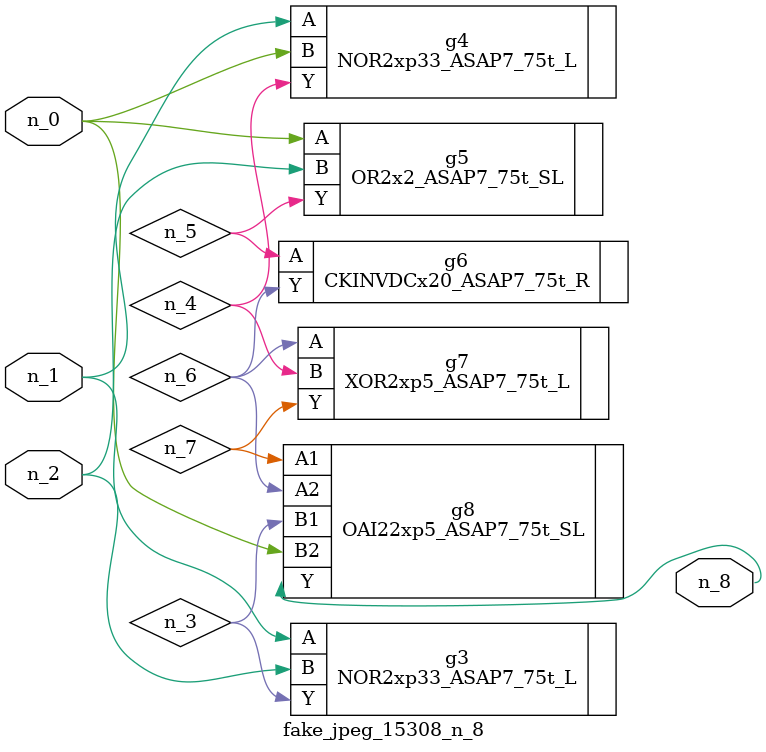
<source format=v>
module fake_jpeg_15308_n_8 (n_0, n_2, n_1, n_8);

input n_0;
input n_2;
input n_1;

output n_8;

wire n_3;
wire n_4;
wire n_6;
wire n_5;
wire n_7;

NOR2xp33_ASAP7_75t_L g3 ( 
.A(n_1),
.B(n_2),
.Y(n_3)
);

NOR2xp33_ASAP7_75t_L g4 ( 
.A(n_1),
.B(n_0),
.Y(n_4)
);

OR2x2_ASAP7_75t_SL g5 ( 
.A(n_0),
.B(n_2),
.Y(n_5)
);

CKINVDCx20_ASAP7_75t_R g6 ( 
.A(n_5),
.Y(n_6)
);

XOR2xp5_ASAP7_75t_L g7 ( 
.A(n_6),
.B(n_4),
.Y(n_7)
);

OAI22xp5_ASAP7_75t_SL g8 ( 
.A1(n_7),
.A2(n_6),
.B1(n_3),
.B2(n_0),
.Y(n_8)
);


endmodule
</source>
